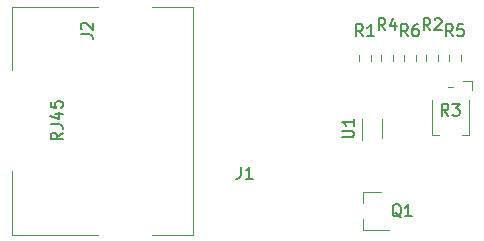
<source format=gbr>
%TF.GenerationSoftware,KiCad,Pcbnew,(5.1.10)-1*%
%TF.CreationDate,2022-01-27T10:19:25-05:00*%
%TF.ProjectId,CommaPowerProtect,436f6d6d-6150-46f7-9765-7250726f7465,rev?*%
%TF.SameCoordinates,Original*%
%TF.FileFunction,Legend,Top*%
%TF.FilePolarity,Positive*%
%FSLAX46Y46*%
G04 Gerber Fmt 4.6, Leading zero omitted, Abs format (unit mm)*
G04 Created by KiCad (PCBNEW (5.1.10)-1) date 2022-01-27 10:19:25*
%MOMM*%
%LPD*%
G01*
G04 APERTURE LIST*
%ADD10C,0.120000*%
%ADD11C,0.150000*%
G04 APERTURE END LIST*
D10*
%TO.C,J2*%
X97853500Y-71221600D02*
X97853500Y-51917600D01*
X97853500Y-51917600D02*
X94389342Y-51917600D01*
X82550000Y-51917600D02*
X82550000Y-57300961D01*
X82550000Y-71221600D02*
X89837662Y-71221600D01*
X82550000Y-65838239D02*
X82550000Y-71221600D01*
X94389342Y-71221600D02*
X97853500Y-71221600D01*
X89837662Y-51917600D02*
X82550000Y-51917600D01*
%TO.C,R3*%
X121450000Y-58255000D02*
X120750000Y-58255000D01*
X121450000Y-58955000D02*
X121450000Y-58255000D01*
X118050000Y-62755000D02*
X118650000Y-62755000D01*
X118050000Y-59855000D02*
X118050000Y-62755000D01*
X121250000Y-62755000D02*
X120650000Y-62755000D01*
X121250000Y-59855000D02*
X121250000Y-62755000D01*
X119850000Y-58755000D02*
X119450000Y-58755000D01*
%TO.C,R4*%
X113777500Y-55982776D02*
X113777500Y-56492224D01*
X114822500Y-55982776D02*
X114822500Y-56492224D01*
%TO.C,Q1*%
X112270000Y-67635000D02*
X113730000Y-67635000D01*
X112270000Y-70795000D02*
X114430000Y-70795000D01*
X112270000Y-70795000D02*
X112270000Y-69865000D01*
X112270000Y-67635000D02*
X112270000Y-68565000D01*
%TO.C,R1*%
X111872500Y-55982776D02*
X111872500Y-56492224D01*
X112917500Y-55982776D02*
X112917500Y-56492224D01*
%TO.C,R2*%
X117587500Y-56492224D02*
X117587500Y-55982776D01*
X118632500Y-56492224D02*
X118632500Y-55982776D01*
%TO.C,R5*%
X119492500Y-56492224D02*
X119492500Y-55982776D01*
X120537500Y-56492224D02*
X120537500Y-55982776D01*
%TO.C,R6*%
X115682500Y-55982776D02*
X115682500Y-56492224D01*
X116727500Y-55982776D02*
X116727500Y-56492224D01*
%TO.C,U1*%
X112180000Y-63175000D02*
X112180000Y-61475000D01*
X113880000Y-63025000D02*
X113880000Y-61475000D01*
%TO.C,J1*%
D11*
X101901666Y-65492380D02*
X101901666Y-66206666D01*
X101854047Y-66349523D01*
X101758809Y-66444761D01*
X101615952Y-66492380D01*
X101520714Y-66492380D01*
X102901666Y-66492380D02*
X102330238Y-66492380D01*
X102615952Y-66492380D02*
X102615952Y-65492380D01*
X102520714Y-65635238D01*
X102425476Y-65730476D01*
X102330238Y-65778095D01*
%TO.C,J2*%
X88352380Y-54282933D02*
X89066666Y-54282933D01*
X89209523Y-54330552D01*
X89304761Y-54425790D01*
X89352380Y-54568647D01*
X89352380Y-54663885D01*
X88447619Y-53854361D02*
X88400000Y-53806742D01*
X88352380Y-53711504D01*
X88352380Y-53473409D01*
X88400000Y-53378171D01*
X88447619Y-53330552D01*
X88542857Y-53282933D01*
X88638095Y-53282933D01*
X88780952Y-53330552D01*
X89352380Y-53901980D01*
X89352380Y-53282933D01*
X86812380Y-62593409D02*
X86336190Y-62926742D01*
X86812380Y-63164838D02*
X85812380Y-63164838D01*
X85812380Y-62783885D01*
X85860000Y-62688647D01*
X85907619Y-62641028D01*
X86002857Y-62593409D01*
X86145714Y-62593409D01*
X86240952Y-62641028D01*
X86288571Y-62688647D01*
X86336190Y-62783885D01*
X86336190Y-63164838D01*
X85812380Y-61879123D02*
X86526666Y-61879123D01*
X86669523Y-61926742D01*
X86764761Y-62021980D01*
X86812380Y-62164838D01*
X86812380Y-62260076D01*
X86145714Y-60974361D02*
X86812380Y-60974361D01*
X85764761Y-61212457D02*
X86479047Y-61450552D01*
X86479047Y-60831504D01*
X85812380Y-59974361D02*
X85812380Y-60450552D01*
X86288571Y-60498171D01*
X86240952Y-60450552D01*
X86193333Y-60355314D01*
X86193333Y-60117219D01*
X86240952Y-60021980D01*
X86288571Y-59974361D01*
X86383809Y-59926742D01*
X86621904Y-59926742D01*
X86717142Y-59974361D01*
X86764761Y-60021980D01*
X86812380Y-60117219D01*
X86812380Y-60355314D01*
X86764761Y-60450552D01*
X86717142Y-60498171D01*
%TO.C,R3*%
X119467333Y-61158380D02*
X119134000Y-60682190D01*
X118895904Y-61158380D02*
X118895904Y-60158380D01*
X119276857Y-60158380D01*
X119372095Y-60206000D01*
X119419714Y-60253619D01*
X119467333Y-60348857D01*
X119467333Y-60491714D01*
X119419714Y-60586952D01*
X119372095Y-60634571D01*
X119276857Y-60682190D01*
X118895904Y-60682190D01*
X119800666Y-60158380D02*
X120419714Y-60158380D01*
X120086380Y-60539333D01*
X120229238Y-60539333D01*
X120324476Y-60586952D01*
X120372095Y-60634571D01*
X120419714Y-60729809D01*
X120419714Y-60967904D01*
X120372095Y-61063142D01*
X120324476Y-61110761D01*
X120229238Y-61158380D01*
X119943523Y-61158380D01*
X119848285Y-61110761D01*
X119800666Y-61063142D01*
%TO.C,R4*%
X114133333Y-53919380D02*
X113800000Y-53443190D01*
X113561904Y-53919380D02*
X113561904Y-52919380D01*
X113942857Y-52919380D01*
X114038095Y-52967000D01*
X114085714Y-53014619D01*
X114133333Y-53109857D01*
X114133333Y-53252714D01*
X114085714Y-53347952D01*
X114038095Y-53395571D01*
X113942857Y-53443190D01*
X113561904Y-53443190D01*
X114990476Y-53252714D02*
X114990476Y-53919380D01*
X114752380Y-52871761D02*
X114514285Y-53586047D01*
X115133333Y-53586047D01*
%TO.C,Q1*%
X115474761Y-69762619D02*
X115379523Y-69715000D01*
X115284285Y-69619761D01*
X115141428Y-69476904D01*
X115046190Y-69429285D01*
X114950952Y-69429285D01*
X114998571Y-69667380D02*
X114903333Y-69619761D01*
X114808095Y-69524523D01*
X114760476Y-69334047D01*
X114760476Y-69000714D01*
X114808095Y-68810238D01*
X114903333Y-68715000D01*
X114998571Y-68667380D01*
X115189047Y-68667380D01*
X115284285Y-68715000D01*
X115379523Y-68810238D01*
X115427142Y-69000714D01*
X115427142Y-69334047D01*
X115379523Y-69524523D01*
X115284285Y-69619761D01*
X115189047Y-69667380D01*
X114998571Y-69667380D01*
X116379523Y-69667380D02*
X115808095Y-69667380D01*
X116093809Y-69667380D02*
X116093809Y-68667380D01*
X115998571Y-68810238D01*
X115903333Y-68905476D01*
X115808095Y-68953095D01*
%TO.C,R1*%
X112228333Y-54427380D02*
X111895000Y-53951190D01*
X111656904Y-54427380D02*
X111656904Y-53427380D01*
X112037857Y-53427380D01*
X112133095Y-53475000D01*
X112180714Y-53522619D01*
X112228333Y-53617857D01*
X112228333Y-53760714D01*
X112180714Y-53855952D01*
X112133095Y-53903571D01*
X112037857Y-53951190D01*
X111656904Y-53951190D01*
X113180714Y-54427380D02*
X112609285Y-54427380D01*
X112895000Y-54427380D02*
X112895000Y-53427380D01*
X112799761Y-53570238D01*
X112704523Y-53665476D01*
X112609285Y-53713095D01*
%TO.C,R2*%
X117943333Y-53919380D02*
X117610000Y-53443190D01*
X117371904Y-53919380D02*
X117371904Y-52919380D01*
X117752857Y-52919380D01*
X117848095Y-52967000D01*
X117895714Y-53014619D01*
X117943333Y-53109857D01*
X117943333Y-53252714D01*
X117895714Y-53347952D01*
X117848095Y-53395571D01*
X117752857Y-53443190D01*
X117371904Y-53443190D01*
X118324285Y-53014619D02*
X118371904Y-52967000D01*
X118467142Y-52919380D01*
X118705238Y-52919380D01*
X118800476Y-52967000D01*
X118848095Y-53014619D01*
X118895714Y-53109857D01*
X118895714Y-53205095D01*
X118848095Y-53347952D01*
X118276666Y-53919380D01*
X118895714Y-53919380D01*
%TO.C,R5*%
X119848333Y-54427380D02*
X119515000Y-53951190D01*
X119276904Y-54427380D02*
X119276904Y-53427380D01*
X119657857Y-53427380D01*
X119753095Y-53475000D01*
X119800714Y-53522619D01*
X119848333Y-53617857D01*
X119848333Y-53760714D01*
X119800714Y-53855952D01*
X119753095Y-53903571D01*
X119657857Y-53951190D01*
X119276904Y-53951190D01*
X120753095Y-53427380D02*
X120276904Y-53427380D01*
X120229285Y-53903571D01*
X120276904Y-53855952D01*
X120372142Y-53808333D01*
X120610238Y-53808333D01*
X120705476Y-53855952D01*
X120753095Y-53903571D01*
X120800714Y-53998809D01*
X120800714Y-54236904D01*
X120753095Y-54332142D01*
X120705476Y-54379761D01*
X120610238Y-54427380D01*
X120372142Y-54427380D01*
X120276904Y-54379761D01*
X120229285Y-54332142D01*
%TO.C,R6*%
X116038333Y-54427380D02*
X115705000Y-53951190D01*
X115466904Y-54427380D02*
X115466904Y-53427380D01*
X115847857Y-53427380D01*
X115943095Y-53475000D01*
X115990714Y-53522619D01*
X116038333Y-53617857D01*
X116038333Y-53760714D01*
X115990714Y-53855952D01*
X115943095Y-53903571D01*
X115847857Y-53951190D01*
X115466904Y-53951190D01*
X116895476Y-53427380D02*
X116705000Y-53427380D01*
X116609761Y-53475000D01*
X116562142Y-53522619D01*
X116466904Y-53665476D01*
X116419285Y-53855952D01*
X116419285Y-54236904D01*
X116466904Y-54332142D01*
X116514523Y-54379761D01*
X116609761Y-54427380D01*
X116800238Y-54427380D01*
X116895476Y-54379761D01*
X116943095Y-54332142D01*
X116990714Y-54236904D01*
X116990714Y-53998809D01*
X116943095Y-53903571D01*
X116895476Y-53855952D01*
X116800238Y-53808333D01*
X116609761Y-53808333D01*
X116514523Y-53855952D01*
X116466904Y-53903571D01*
X116419285Y-53998809D01*
%TO.C,U1*%
X110482380Y-62991904D02*
X111291904Y-62991904D01*
X111387142Y-62944285D01*
X111434761Y-62896666D01*
X111482380Y-62801428D01*
X111482380Y-62610952D01*
X111434761Y-62515714D01*
X111387142Y-62468095D01*
X111291904Y-62420476D01*
X110482380Y-62420476D01*
X111482380Y-61420476D02*
X111482380Y-61991904D01*
X111482380Y-61706190D02*
X110482380Y-61706190D01*
X110625238Y-61801428D01*
X110720476Y-61896666D01*
X110768095Y-61991904D01*
%TD*%
M02*

</source>
